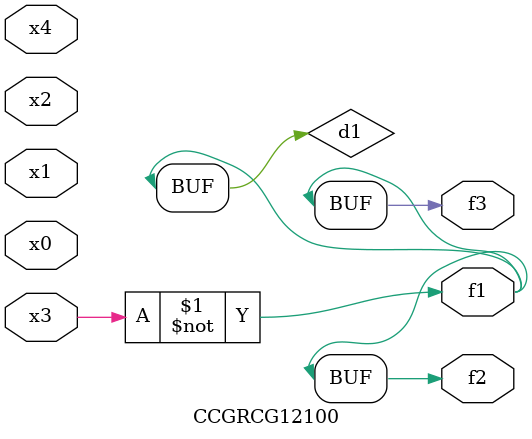
<source format=v>
module CCGRCG12100(
	input x0, x1, x2, x3, x4,
	output f1, f2, f3
);

	wire d1, d2;

	xnor (d1, x3);
	not (d2, x1);
	assign f1 = d1;
	assign f2 = d1;
	assign f3 = d1;
endmodule

</source>
